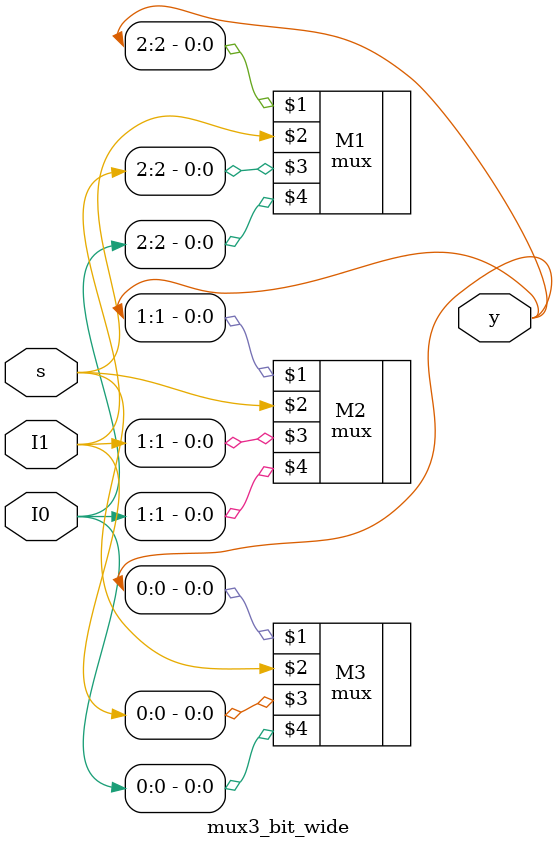
<source format=v>
module mux3_bit_wide(y,s,I1,I0);
input s;
input [2:0] I1,I0;
output [2:0]y;
mux M1(y[2],s,I1[2],I0[2]);
mux M2(y[1],s,I1[1],I0[1]);
mux M3(y[0],s,I1[0],I0[0]);
endmodule
</source>
